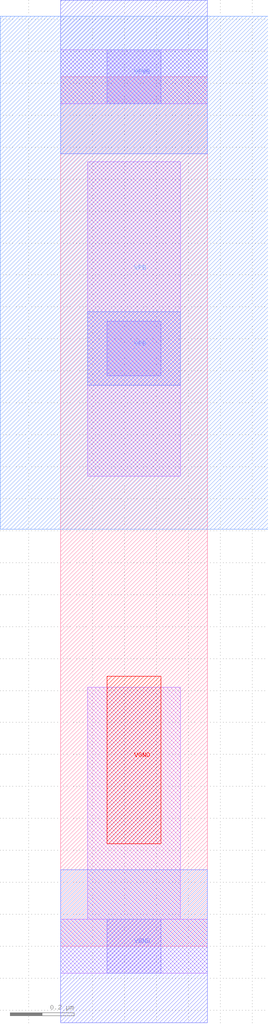
<source format=lef>
# Copyright 2020 The SkyWater PDK Authors
#
# Licensed under the Apache License, Version 2.0 (the "License");
# you may not use this file except in compliance with the License.
# You may obtain a copy of the License at
#
#     https://www.apache.org/licenses/LICENSE-2.0
#
# Unless required by applicable law or agreed to in writing, software
# distributed under the License is distributed on an "AS IS" BASIS,
# WITHOUT WARRANTIES OR CONDITIONS OF ANY KIND, either express or implied.
# See the License for the specific language governing permissions and
# limitations under the License.
#
# SPDX-License-Identifier: Apache-2.0

VERSION 5.7 ;
  NOWIREEXTENSIONATPIN ON ;
  DIVIDERCHAR "/" ;
  BUSBITCHARS "[]" ;
PROPERTYDEFINITIONS
  MACRO maskLayoutSubType STRING ;
  MACRO prCellType STRING ;
  MACRO originalViewName STRING ;
END PROPERTYDEFINITIONS
MACRO sky130_fd_sc_hdll__tapvgnd2_1
  CLASS CORE WELLTAP ;
  FOREIGN sky130_fd_sc_hdll__tapvgnd2_1 ;
  ORIGIN  0.000000  0.000000 ;
  SIZE  0.460000 BY  2.720000 ;
  SYMMETRY X Y R90 ;
  SITE unithd ;
  PIN VGND
    DIRECTION INPUT ;
    USE GROUND ;
    PORT
      LAYER met1 ;
        RECT 0.000000 -0.240000 0.460000 0.240000 ;
      LAYER pwell ;
        RECT 0.145000 0.320000 0.315000 0.845000 ;
    END
  END VGND
  PIN VPB
    DIRECTION INOUT ;
    USE POWER ;
    PORT
      LAYER met1 ;
        RECT 0.085000 1.755000 0.375000 1.985000 ;
      LAYER nwell ;
        RECT -0.190000 1.305000 0.650000 2.910000 ;
    END
  END VPB
  PIN VPWR
    DIRECTION INPUT ;
    USE POWER ;
    PORT
      LAYER met1 ;
        RECT 0.000000 2.480000 0.460000 2.960000 ;
    END
  END VPWR
  OBS
    LAYER li1 ;
      RECT 0.000000 -0.085000 0.460000 0.085000 ;
      RECT 0.000000  2.635000 0.460000 2.805000 ;
      RECT 0.085000  0.085000 0.375000 0.810000 ;
      RECT 0.085000  1.470000 0.375000 2.455000 ;
    LAYER mcon ;
      RECT 0.145000 -0.085000 0.315000 0.085000 ;
      RECT 0.145000  1.785000 0.315000 1.955000 ;
      RECT 0.145000  2.635000 0.315000 2.805000 ;
  END
  PROPERTY maskLayoutSubType "abstract" ;
  PROPERTY prCellType "standard" ;
  PROPERTY originalViewName "layout" ;
END sky130_fd_sc_hdll__tapvgnd2_1
END LIBRARY

</source>
